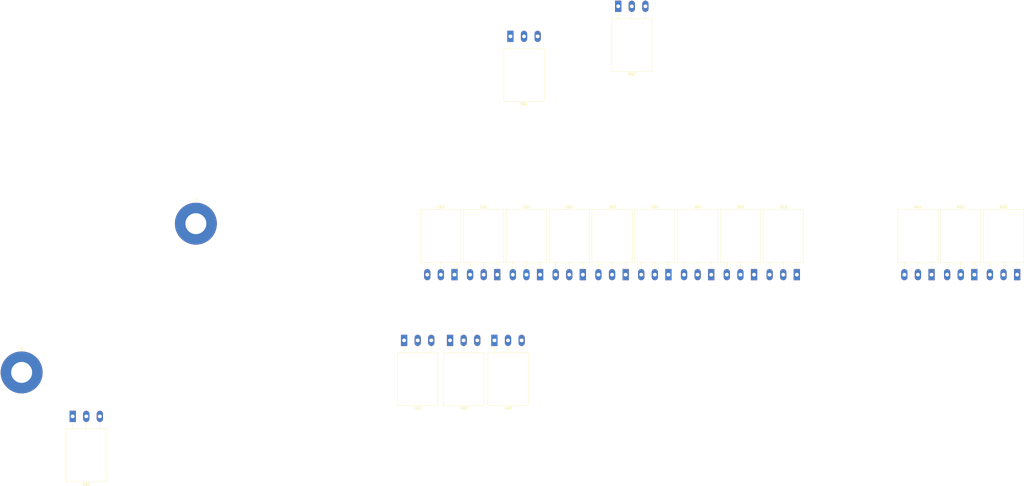
<source format=kicad_pcb>
(kicad_pcb (version 20171130) (host pcbnew "(5.1.6)-1")

  (general
    (thickness 1.6)
    (drawings 0)
    (tracks 0)
    (zones 0)
    (modules 20)
    (nets 24)
  )

  (page A4)
  (layers
    (0 F.Cu signal)
    (31 B.Cu signal)
    (32 B.Adhes user)
    (33 F.Adhes user)
    (34 B.Paste user)
    (35 F.Paste user)
    (36 B.SilkS user)
    (37 F.SilkS user)
    (38 B.Mask user)
    (39 F.Mask user)
    (40 Dwgs.User user)
    (41 Cmts.User user)
    (42 Eco1.User user)
    (43 Eco2.User user)
    (44 Edge.Cuts user)
    (45 Margin user)
    (46 B.CrtYd user)
    (47 F.CrtYd user)
    (48 B.Fab user)
    (49 F.Fab user)
  )

  (setup
    (last_trace_width 0.25)
    (trace_clearance 0.2)
    (zone_clearance 0.508)
    (zone_45_only no)
    (trace_min 0.2)
    (via_size 0.8)
    (via_drill 0.4)
    (via_min_size 0.4)
    (via_min_drill 0.3)
    (uvia_size 0.3)
    (uvia_drill 0.1)
    (uvias_allowed no)
    (uvia_min_size 0.2)
    (uvia_min_drill 0.1)
    (edge_width 0.05)
    (segment_width 0.2)
    (pcb_text_width 0.3)
    (pcb_text_size 1.5 1.5)
    (mod_edge_width 0.12)
    (mod_text_size 1 1)
    (mod_text_width 0.15)
    (pad_size 1.524 1.524)
    (pad_drill 0.762)
    (pad_to_mask_clearance 0.05)
    (aux_axis_origin 0 0)
    (visible_elements 7FFDFFFF)
    (pcbplotparams
      (layerselection 0x010fc_ffffffff)
      (usegerberextensions false)
      (usegerberattributes true)
      (usegerberadvancedattributes true)
      (creategerberjobfile true)
      (excludeedgelayer true)
      (linewidth 0.100000)
      (plotframeref false)
      (viasonmask false)
      (mode 1)
      (useauxorigin false)
      (hpglpennumber 1)
      (hpglpenspeed 20)
      (hpglpendiameter 15.000000)
      (psnegative false)
      (psa4output false)
      (plotreference true)
      (plotvalue true)
      (plotinvisibletext false)
      (padsonsilk false)
      (subtractmaskfromsilk false)
      (outputformat 3)
      (mirror false)
      (drillshape 2)
      (scaleselection 1)
      (outputdirectory ""))
  )

  (net 0 "")
  (net 1 "Net-(1Q1-Pad2)")
  (net 2 "Net-(1Q1-Pad1)")
  (net 3 "Net-(1Q2-Pad1)")
  (net 4 "Net-(1Q3-Pad1)")
  (net 5 "Net-(2Q1-Pad1)")
  (net 6 "Net-(2Q2-Pad1)")
  (net 7 "Net-(2Q3-Pad1)")
  (net 8 "Net-(3Q1-Pad1)")
  (net 9 "Net-(3Q2-Pad1)")
  (net 10 "Net-(3Q3-Pad1)")
  (net 11 "Net-(4Q1-Pad3)")
  (net 12 "Net-(4Q1-Pad1)")
  (net 13 "Net-(4Q2-Pad1)")
  (net 14 "Net-(4Q3-Pad1)")
  (net 15 "Net-(5Q1-Pad1)")
  (net 16 "Net-(5Q2-Pad1)")
  (net 17 "Net-(5Q3-Pad1)")
  (net 18 "Net-(6Q1-Pad1)")
  (net 19 "Net-(6Q2-Pad1)")
  (net 20 "Net-(6Q3-Pad1)")
  (net 21 /Phase_C)
  (net 22 /Phase_B)
  (net 23 /Phase_A)

  (net_class Default "This is the default net class."
    (clearance 0.2)
    (trace_width 0.25)
    (via_dia 0.8)
    (via_drill 0.4)
    (uvia_dia 0.3)
    (uvia_drill 0.1)
    (add_net /Phase_A)
    (add_net /Phase_B)
    (add_net /Phase_C)
    (add_net "Net-(1Q1-Pad1)")
    (add_net "Net-(1Q1-Pad2)")
    (add_net "Net-(1Q2-Pad1)")
    (add_net "Net-(1Q3-Pad1)")
    (add_net "Net-(2Q1-Pad1)")
    (add_net "Net-(2Q2-Pad1)")
    (add_net "Net-(2Q3-Pad1)")
    (add_net "Net-(3Q1-Pad1)")
    (add_net "Net-(3Q2-Pad1)")
    (add_net "Net-(3Q3-Pad1)")
    (add_net "Net-(4Q1-Pad1)")
    (add_net "Net-(4Q1-Pad3)")
    (add_net "Net-(4Q2-Pad1)")
    (add_net "Net-(4Q3-Pad1)")
    (add_net "Net-(5Q1-Pad1)")
    (add_net "Net-(5Q2-Pad1)")
    (add_net "Net-(5Q3-Pad1)")
    (add_net "Net-(6Q1-Pad1)")
    (add_net "Net-(6Q2-Pad1)")
    (add_net "Net-(6Q3-Pad1)")
  )

  (module MountingHole:MountingHole_8.4mm_M8_Pad (layer F.Cu) (tedit 56D1B4CB) (tstamp 5F5F3823)
    (at -54.8425 33.201)
    (descr "Mounting Hole 8.4mm, M8")
    (tags "mounting hole 8.4mm m8")
    (path /5F6FE6C5)
    (attr virtual)
    (fp_text reference J2 (at 0 -9.4) (layer F.SilkS)
      (effects (font (size 1 1) (thickness 0.15)))
    )
    (fp_text value BAT- (at 0 9.4) (layer F.Fab)
      (effects (font (size 1 1) (thickness 0.15)))
    )
    (fp_circle (center 0 0) (end 8.65 0) (layer F.CrtYd) (width 0.05))
    (fp_circle (center 0 0) (end 8.4 0) (layer Cmts.User) (width 0.15))
    (fp_text user %R (at 0.3 0) (layer F.Fab)
      (effects (font (size 1 1) (thickness 0.15)))
    )
    (pad 1 thru_hole circle (at 0 0) (size 16.8 16.8) (drill 8.4) (layers *.Cu *.Mask)
      (net 11 "Net-(4Q1-Pad3)"))
  )

  (module MountingHole:MountingHole_8.4mm_M8_Pad (layer F.Cu) (tedit 56D1B4CB) (tstamp 5F5F381B)
    (at -124.6425 92.861)
    (descr "Mounting Hole 8.4mm, M8")
    (tags "mounting hole 8.4mm m8")
    (path /5F6FDC41)
    (attr virtual)
    (fp_text reference J1 (at 0 -9.4) (layer F.SilkS)
      (effects (font (size 1 1) (thickness 0.15)))
    )
    (fp_text value BAT+ (at 0 9.4) (layer F.Fab)
      (effects (font (size 1 1) (thickness 0.15)))
    )
    (fp_circle (center 0 0) (end 8.65 0) (layer F.CrtYd) (width 0.05))
    (fp_circle (center 0 0) (end 8.4 0) (layer Cmts.User) (width 0.15))
    (fp_text user %R (at 0.3 0) (layer F.Fab)
      (effects (font (size 1 1) (thickness 0.15)))
    )
    (pad 1 thru_hole circle (at 0 0) (size 16.8 16.8) (drill 8.4) (layers *.Cu *.Mask)
      (net 1 "Net-(1Q1-Pad2)"))
  )

  (module Package_TO_SOT_THT:TO-247-3_Horizontal_TabUp (layer F.Cu) (tedit 5AC86DC3) (tstamp 5F5F3813)
    (at 274.193 53.6575 180)
    (descr "TO-247-3, Horizontal, RM 5.45mm, see https://toshiba.semicon-storage.com/us/product/mosfet/to-247-4l.html")
    (tags "TO-247-3 Horizontal RM 5.45mm")
    (path /5F6516D5)
    (fp_text reference 6Q3 (at 5.45 27.15) (layer F.SilkS)
      (effects (font (size 1 1) (thickness 0.15)))
    )
    (fp_text value IRLZ44N (at 5.45 -3.25) (layer F.Fab)
      (effects (font (size 1 1) (thickness 0.15)))
    )
    (fp_line (start 13.65 -2.5) (end -2.75 -2.5) (layer F.CrtYd) (width 0.05))
    (fp_line (start 13.65 26.28) (end 13.65 -2.5) (layer F.CrtYd) (width 0.05))
    (fp_line (start -2.75 26.28) (end 13.65 26.28) (layer F.CrtYd) (width 0.05))
    (fp_line (start -2.75 -2.5) (end -2.75 26.28) (layer F.CrtYd) (width 0.05))
    (fp_line (start 10.9 2.4) (end 10.9 4.96) (layer F.SilkS) (width 0.12))
    (fp_line (start 5.45 2.4) (end 5.45 4.96) (layer F.SilkS) (width 0.12))
    (fp_line (start 0 2.4) (end 0 4.96) (layer F.SilkS) (width 0.12))
    (fp_line (start 13.52 4.96) (end 13.52 26.15) (layer F.SilkS) (width 0.12))
    (fp_line (start -2.62 4.96) (end -2.62 26.15) (layer F.SilkS) (width 0.12))
    (fp_line (start -2.62 26.15) (end 13.52 26.15) (layer F.SilkS) (width 0.12))
    (fp_line (start -2.62 4.96) (end 13.52 4.96) (layer F.SilkS) (width 0.12))
    (fp_line (start 10.9 5.08) (end 10.9 0) (layer F.Fab) (width 0.1))
    (fp_line (start 5.45 5.08) (end 5.45 0) (layer F.Fab) (width 0.1))
    (fp_line (start 0 5.08) (end 0 0) (layer F.Fab) (width 0.1))
    (fp_line (start 13.4 5.08) (end -2.5 5.08) (layer F.Fab) (width 0.1))
    (fp_line (start 13.4 26.03) (end 13.4 5.08) (layer F.Fab) (width 0.1))
    (fp_line (start -2.5 26.03) (end 13.4 26.03) (layer F.Fab) (width 0.1))
    (fp_line (start -2.5 5.08) (end -2.5 26.03) (layer F.Fab) (width 0.1))
    (fp_circle (center 5.45 19.86) (end 7.255 19.86) (layer F.Fab) (width 0.1))
    (fp_text user %R (at 5.45 27.15) (layer F.Fab)
      (effects (font (size 1 1) (thickness 0.15)))
    )
    (pad 3 thru_hole oval (at 10.9 0 180) (size 2.5 4.5) (drill 1.5) (layers *.Cu *.Mask)
      (net 11 "Net-(4Q1-Pad3)"))
    (pad 2 thru_hole oval (at 5.45 0 180) (size 2.5 4.5) (drill 1.5) (layers *.Cu *.Mask)
      (net 23 /Phase_A))
    (pad 1 thru_hole rect (at 0 0 180) (size 2.5 4.5) (drill 1.5) (layers *.Cu *.Mask)
      (net 20 "Net-(6Q3-Pad1)"))
    (pad "" np_thru_hole oval (at 5.45 19.86 180) (size 3.6 3.6) (drill 3.6) (layers *.Cu *.Mask))
    (model ${KISYS3DMOD}/Package_TO_SOT_THT.3dshapes/TO-247-3_Horizontal_TabUp.wrl
      (at (xyz 0 0 0))
      (scale (xyz 1 1 1))
      (rotate (xyz 0 0 0))
    )
  )

  (module Package_TO_SOT_THT:TO-247-3_Horizontal_TabUp (layer F.Cu) (tedit 5AC86DC3) (tstamp 5F5F37F7)
    (at 257.048 53.6575 180)
    (descr "TO-247-3, Horizontal, RM 5.45mm, see https://toshiba.semicon-storage.com/us/product/mosfet/to-247-4l.html")
    (tags "TO-247-3 Horizontal RM 5.45mm")
    (path /5F6516C1)
    (fp_text reference 6Q2 (at 5.45 27.15) (layer F.SilkS)
      (effects (font (size 1 1) (thickness 0.15)))
    )
    (fp_text value IRLZ44N (at 5.45 -3.25) (layer F.Fab)
      (effects (font (size 1 1) (thickness 0.15)))
    )
    (fp_line (start 13.65 -2.5) (end -2.75 -2.5) (layer F.CrtYd) (width 0.05))
    (fp_line (start 13.65 26.28) (end 13.65 -2.5) (layer F.CrtYd) (width 0.05))
    (fp_line (start -2.75 26.28) (end 13.65 26.28) (layer F.CrtYd) (width 0.05))
    (fp_line (start -2.75 -2.5) (end -2.75 26.28) (layer F.CrtYd) (width 0.05))
    (fp_line (start 10.9 2.4) (end 10.9 4.96) (layer F.SilkS) (width 0.12))
    (fp_line (start 5.45 2.4) (end 5.45 4.96) (layer F.SilkS) (width 0.12))
    (fp_line (start 0 2.4) (end 0 4.96) (layer F.SilkS) (width 0.12))
    (fp_line (start 13.52 4.96) (end 13.52 26.15) (layer F.SilkS) (width 0.12))
    (fp_line (start -2.62 4.96) (end -2.62 26.15) (layer F.SilkS) (width 0.12))
    (fp_line (start -2.62 26.15) (end 13.52 26.15) (layer F.SilkS) (width 0.12))
    (fp_line (start -2.62 4.96) (end 13.52 4.96) (layer F.SilkS) (width 0.12))
    (fp_line (start 10.9 5.08) (end 10.9 0) (layer F.Fab) (width 0.1))
    (fp_line (start 5.45 5.08) (end 5.45 0) (layer F.Fab) (width 0.1))
    (fp_line (start 0 5.08) (end 0 0) (layer F.Fab) (width 0.1))
    (fp_line (start 13.4 5.08) (end -2.5 5.08) (layer F.Fab) (width 0.1))
    (fp_line (start 13.4 26.03) (end 13.4 5.08) (layer F.Fab) (width 0.1))
    (fp_line (start -2.5 26.03) (end 13.4 26.03) (layer F.Fab) (width 0.1))
    (fp_line (start -2.5 5.08) (end -2.5 26.03) (layer F.Fab) (width 0.1))
    (fp_circle (center 5.45 19.86) (end 7.255 19.86) (layer F.Fab) (width 0.1))
    (fp_text user %R (at 5.45 27.15) (layer F.Fab)
      (effects (font (size 1 1) (thickness 0.15)))
    )
    (pad 3 thru_hole oval (at 10.9 0 180) (size 2.5 4.5) (drill 1.5) (layers *.Cu *.Mask)
      (net 11 "Net-(4Q1-Pad3)"))
    (pad 2 thru_hole oval (at 5.45 0 180) (size 2.5 4.5) (drill 1.5) (layers *.Cu *.Mask)
      (net 23 /Phase_A))
    (pad 1 thru_hole rect (at 0 0 180) (size 2.5 4.5) (drill 1.5) (layers *.Cu *.Mask)
      (net 19 "Net-(6Q2-Pad1)"))
    (pad "" np_thru_hole oval (at 5.45 19.86 180) (size 3.6 3.6) (drill 3.6) (layers *.Cu *.Mask))
    (model ${KISYS3DMOD}/Package_TO_SOT_THT.3dshapes/TO-247-3_Horizontal_TabUp.wrl
      (at (xyz 0 0 0))
      (scale (xyz 1 1 1))
      (rotate (xyz 0 0 0))
    )
  )

  (module Package_TO_SOT_THT:TO-247-3_Horizontal_TabUp (layer F.Cu) (tedit 5AC86DC3) (tstamp 5F5F37DB)
    (at 239.903 53.6575 180)
    (descr "TO-247-3, Horizontal, RM 5.45mm, see https://toshiba.semicon-storage.com/us/product/mosfet/to-247-4l.html")
    (tags "TO-247-3 Horizontal RM 5.45mm")
    (path /5F6516DF)
    (fp_text reference 6Q1 (at 5.45 27.15) (layer F.SilkS)
      (effects (font (size 1 1) (thickness 0.15)))
    )
    (fp_text value IRLZ44N (at 5.45 -3.25) (layer F.Fab)
      (effects (font (size 1 1) (thickness 0.15)))
    )
    (fp_line (start 13.65 -2.5) (end -2.75 -2.5) (layer F.CrtYd) (width 0.05))
    (fp_line (start 13.65 26.28) (end 13.65 -2.5) (layer F.CrtYd) (width 0.05))
    (fp_line (start -2.75 26.28) (end 13.65 26.28) (layer F.CrtYd) (width 0.05))
    (fp_line (start -2.75 -2.5) (end -2.75 26.28) (layer F.CrtYd) (width 0.05))
    (fp_line (start 10.9 2.4) (end 10.9 4.96) (layer F.SilkS) (width 0.12))
    (fp_line (start 5.45 2.4) (end 5.45 4.96) (layer F.SilkS) (width 0.12))
    (fp_line (start 0 2.4) (end 0 4.96) (layer F.SilkS) (width 0.12))
    (fp_line (start 13.52 4.96) (end 13.52 26.15) (layer F.SilkS) (width 0.12))
    (fp_line (start -2.62 4.96) (end -2.62 26.15) (layer F.SilkS) (width 0.12))
    (fp_line (start -2.62 26.15) (end 13.52 26.15) (layer F.SilkS) (width 0.12))
    (fp_line (start -2.62 4.96) (end 13.52 4.96) (layer F.SilkS) (width 0.12))
    (fp_line (start 10.9 5.08) (end 10.9 0) (layer F.Fab) (width 0.1))
    (fp_line (start 5.45 5.08) (end 5.45 0) (layer F.Fab) (width 0.1))
    (fp_line (start 0 5.08) (end 0 0) (layer F.Fab) (width 0.1))
    (fp_line (start 13.4 5.08) (end -2.5 5.08) (layer F.Fab) (width 0.1))
    (fp_line (start 13.4 26.03) (end 13.4 5.08) (layer F.Fab) (width 0.1))
    (fp_line (start -2.5 26.03) (end 13.4 26.03) (layer F.Fab) (width 0.1))
    (fp_line (start -2.5 5.08) (end -2.5 26.03) (layer F.Fab) (width 0.1))
    (fp_circle (center 5.45 19.86) (end 7.255 19.86) (layer F.Fab) (width 0.1))
    (fp_text user %R (at 5.45 27.15) (layer F.Fab)
      (effects (font (size 1 1) (thickness 0.15)))
    )
    (pad 3 thru_hole oval (at 10.9 0 180) (size 2.5 4.5) (drill 1.5) (layers *.Cu *.Mask)
      (net 11 "Net-(4Q1-Pad3)"))
    (pad 2 thru_hole oval (at 5.45 0 180) (size 2.5 4.5) (drill 1.5) (layers *.Cu *.Mask)
      (net 23 /Phase_A))
    (pad 1 thru_hole rect (at 0 0 180) (size 2.5 4.5) (drill 1.5) (layers *.Cu *.Mask)
      (net 18 "Net-(6Q1-Pad1)"))
    (pad "" np_thru_hole oval (at 5.45 19.86 180) (size 3.6 3.6) (drill 3.6) (layers *.Cu *.Mask))
    (model ${KISYS3DMOD}/Package_TO_SOT_THT.3dshapes/TO-247-3_Horizontal_TabUp.wrl
      (at (xyz 0 0 0))
      (scale (xyz 1 1 1))
      (rotate (xyz 0 0 0))
    )
  )

  (module Package_TO_SOT_THT:TO-247-3_Horizontal_TabUp (layer F.Cu) (tedit 5AC86DC3) (tstamp 5F5F37BF)
    (at -104.2035 110.49)
    (descr "TO-247-3, Horizontal, RM 5.45mm, see https://toshiba.semicon-storage.com/us/product/mosfet/to-247-4l.html")
    (tags "TO-247-3 Horizontal RM 5.45mm")
    (path /5F6516AD)
    (fp_text reference 5Q3 (at 5.45 27.15) (layer F.SilkS)
      (effects (font (size 1 1) (thickness 0.15)))
    )
    (fp_text value IRLZ44N (at 5.45 -3.25) (layer F.Fab)
      (effects (font (size 1 1) (thickness 0.15)))
    )
    (fp_line (start 13.65 -2.5) (end -2.75 -2.5) (layer F.CrtYd) (width 0.05))
    (fp_line (start 13.65 26.28) (end 13.65 -2.5) (layer F.CrtYd) (width 0.05))
    (fp_line (start -2.75 26.28) (end 13.65 26.28) (layer F.CrtYd) (width 0.05))
    (fp_line (start -2.75 -2.5) (end -2.75 26.28) (layer F.CrtYd) (width 0.05))
    (fp_line (start 10.9 2.4) (end 10.9 4.96) (layer F.SilkS) (width 0.12))
    (fp_line (start 5.45 2.4) (end 5.45 4.96) (layer F.SilkS) (width 0.12))
    (fp_line (start 0 2.4) (end 0 4.96) (layer F.SilkS) (width 0.12))
    (fp_line (start 13.52 4.96) (end 13.52 26.15) (layer F.SilkS) (width 0.12))
    (fp_line (start -2.62 4.96) (end -2.62 26.15) (layer F.SilkS) (width 0.12))
    (fp_line (start -2.62 26.15) (end 13.52 26.15) (layer F.SilkS) (width 0.12))
    (fp_line (start -2.62 4.96) (end 13.52 4.96) (layer F.SilkS) (width 0.12))
    (fp_line (start 10.9 5.08) (end 10.9 0) (layer F.Fab) (width 0.1))
    (fp_line (start 5.45 5.08) (end 5.45 0) (layer F.Fab) (width 0.1))
    (fp_line (start 0 5.08) (end 0 0) (layer F.Fab) (width 0.1))
    (fp_line (start 13.4 5.08) (end -2.5 5.08) (layer F.Fab) (width 0.1))
    (fp_line (start 13.4 26.03) (end 13.4 5.08) (layer F.Fab) (width 0.1))
    (fp_line (start -2.5 26.03) (end 13.4 26.03) (layer F.Fab) (width 0.1))
    (fp_line (start -2.5 5.08) (end -2.5 26.03) (layer F.Fab) (width 0.1))
    (fp_circle (center 5.45 19.86) (end 7.255 19.86) (layer F.Fab) (width 0.1))
    (fp_text user %R (at 5.45 27.15) (layer F.Fab)
      (effects (font (size 1 1) (thickness 0.15)))
    )
    (pad 3 thru_hole oval (at 10.9 0) (size 2.5 4.5) (drill 1.5) (layers *.Cu *.Mask)
      (net 11 "Net-(4Q1-Pad3)"))
    (pad 2 thru_hole oval (at 5.45 0) (size 2.5 4.5) (drill 1.5) (layers *.Cu *.Mask)
      (net 22 /Phase_B))
    (pad 1 thru_hole rect (at 0 0) (size 2.5 4.5) (drill 1.5) (layers *.Cu *.Mask)
      (net 17 "Net-(5Q3-Pad1)"))
    (pad "" np_thru_hole oval (at 5.45 19.86) (size 3.6 3.6) (drill 3.6) (layers *.Cu *.Mask))
    (model ${KISYS3DMOD}/Package_TO_SOT_THT.3dshapes/TO-247-3_Horizontal_TabUp.wrl
      (at (xyz 0 0 0))
      (scale (xyz 1 1 1))
      (rotate (xyz 0 0 0))
    )
  )

  (module Package_TO_SOT_THT:TO-247-3_Horizontal_TabUp (layer F.Cu) (tedit 5AC86DC3) (tstamp 5F5F37A3)
    (at 114.3635 -53.975)
    (descr "TO-247-3, Horizontal, RM 5.45mm, see https://toshiba.semicon-storage.com/us/product/mosfet/to-247-4l.html")
    (tags "TO-247-3 Horizontal RM 5.45mm")
    (path /5F651699)
    (fp_text reference 5Q2 (at 5.45 27.15) (layer F.SilkS)
      (effects (font (size 1 1) (thickness 0.15)))
    )
    (fp_text value IRLZ44N (at 5.45 -3.25) (layer F.Fab)
      (effects (font (size 1 1) (thickness 0.15)))
    )
    (fp_line (start 13.65 -2.5) (end -2.75 -2.5) (layer F.CrtYd) (width 0.05))
    (fp_line (start 13.65 26.28) (end 13.65 -2.5) (layer F.CrtYd) (width 0.05))
    (fp_line (start -2.75 26.28) (end 13.65 26.28) (layer F.CrtYd) (width 0.05))
    (fp_line (start -2.75 -2.5) (end -2.75 26.28) (layer F.CrtYd) (width 0.05))
    (fp_line (start 10.9 2.4) (end 10.9 4.96) (layer F.SilkS) (width 0.12))
    (fp_line (start 5.45 2.4) (end 5.45 4.96) (layer F.SilkS) (width 0.12))
    (fp_line (start 0 2.4) (end 0 4.96) (layer F.SilkS) (width 0.12))
    (fp_line (start 13.52 4.96) (end 13.52 26.15) (layer F.SilkS) (width 0.12))
    (fp_line (start -2.62 4.96) (end -2.62 26.15) (layer F.SilkS) (width 0.12))
    (fp_line (start -2.62 26.15) (end 13.52 26.15) (layer F.SilkS) (width 0.12))
    (fp_line (start -2.62 4.96) (end 13.52 4.96) (layer F.SilkS) (width 0.12))
    (fp_line (start 10.9 5.08) (end 10.9 0) (layer F.Fab) (width 0.1))
    (fp_line (start 5.45 5.08) (end 5.45 0) (layer F.Fab) (width 0.1))
    (fp_line (start 0 5.08) (end 0 0) (layer F.Fab) (width 0.1))
    (fp_line (start 13.4 5.08) (end -2.5 5.08) (layer F.Fab) (width 0.1))
    (fp_line (start 13.4 26.03) (end 13.4 5.08) (layer F.Fab) (width 0.1))
    (fp_line (start -2.5 26.03) (end 13.4 26.03) (layer F.Fab) (width 0.1))
    (fp_line (start -2.5 5.08) (end -2.5 26.03) (layer F.Fab) (width 0.1))
    (fp_circle (center 5.45 19.86) (end 7.255 19.86) (layer F.Fab) (width 0.1))
    (fp_text user %R (at 5.45 27.15) (layer F.Fab)
      (effects (font (size 1 1) (thickness 0.15)))
    )
    (pad 3 thru_hole oval (at 10.9 0) (size 2.5 4.5) (drill 1.5) (layers *.Cu *.Mask)
      (net 11 "Net-(4Q1-Pad3)"))
    (pad 2 thru_hole oval (at 5.45 0) (size 2.5 4.5) (drill 1.5) (layers *.Cu *.Mask)
      (net 22 /Phase_B))
    (pad 1 thru_hole rect (at 0 0) (size 2.5 4.5) (drill 1.5) (layers *.Cu *.Mask)
      (net 16 "Net-(5Q2-Pad1)"))
    (pad "" np_thru_hole oval (at 5.45 19.86) (size 3.6 3.6) (drill 3.6) (layers *.Cu *.Mask))
    (model ${KISYS3DMOD}/Package_TO_SOT_THT.3dshapes/TO-247-3_Horizontal_TabUp.wrl
      (at (xyz 0 0 0))
      (scale (xyz 1 1 1))
      (rotate (xyz 0 0 0))
    )
  )

  (module Package_TO_SOT_THT:TO-247-3_Horizontal_TabUp (layer F.Cu) (tedit 5AC86DC3) (tstamp 5F5F3787)
    (at 71.1835 -41.91)
    (descr "TO-247-3, Horizontal, RM 5.45mm, see https://toshiba.semicon-storage.com/us/product/mosfet/to-247-4l.html")
    (tags "TO-247-3 Horizontal RM 5.45mm")
    (path /5F6516B7)
    (fp_text reference 5Q1 (at 5.45 27.15) (layer F.SilkS)
      (effects (font (size 1 1) (thickness 0.15)))
    )
    (fp_text value IRLZ44N (at 5.45 -3.25) (layer F.Fab)
      (effects (font (size 1 1) (thickness 0.15)))
    )
    (fp_line (start 13.65 -2.5) (end -2.75 -2.5) (layer F.CrtYd) (width 0.05))
    (fp_line (start 13.65 26.28) (end 13.65 -2.5) (layer F.CrtYd) (width 0.05))
    (fp_line (start -2.75 26.28) (end 13.65 26.28) (layer F.CrtYd) (width 0.05))
    (fp_line (start -2.75 -2.5) (end -2.75 26.28) (layer F.CrtYd) (width 0.05))
    (fp_line (start 10.9 2.4) (end 10.9 4.96) (layer F.SilkS) (width 0.12))
    (fp_line (start 5.45 2.4) (end 5.45 4.96) (layer F.SilkS) (width 0.12))
    (fp_line (start 0 2.4) (end 0 4.96) (layer F.SilkS) (width 0.12))
    (fp_line (start 13.52 4.96) (end 13.52 26.15) (layer F.SilkS) (width 0.12))
    (fp_line (start -2.62 4.96) (end -2.62 26.15) (layer F.SilkS) (width 0.12))
    (fp_line (start -2.62 26.15) (end 13.52 26.15) (layer F.SilkS) (width 0.12))
    (fp_line (start -2.62 4.96) (end 13.52 4.96) (layer F.SilkS) (width 0.12))
    (fp_line (start 10.9 5.08) (end 10.9 0) (layer F.Fab) (width 0.1))
    (fp_line (start 5.45 5.08) (end 5.45 0) (layer F.Fab) (width 0.1))
    (fp_line (start 0 5.08) (end 0 0) (layer F.Fab) (width 0.1))
    (fp_line (start 13.4 5.08) (end -2.5 5.08) (layer F.Fab) (width 0.1))
    (fp_line (start 13.4 26.03) (end 13.4 5.08) (layer F.Fab) (width 0.1))
    (fp_line (start -2.5 26.03) (end 13.4 26.03) (layer F.Fab) (width 0.1))
    (fp_line (start -2.5 5.08) (end -2.5 26.03) (layer F.Fab) (width 0.1))
    (fp_circle (center 5.45 19.86) (end 7.255 19.86) (layer F.Fab) (width 0.1))
    (fp_text user %R (at 5.45 27.15) (layer F.Fab)
      (effects (font (size 1 1) (thickness 0.15)))
    )
    (pad 3 thru_hole oval (at 10.9 0) (size 2.5 4.5) (drill 1.5) (layers *.Cu *.Mask)
      (net 11 "Net-(4Q1-Pad3)"))
    (pad 2 thru_hole oval (at 5.45 0) (size 2.5 4.5) (drill 1.5) (layers *.Cu *.Mask)
      (net 22 /Phase_B))
    (pad 1 thru_hole rect (at 0 0) (size 2.5 4.5) (drill 1.5) (layers *.Cu *.Mask)
      (net 15 "Net-(5Q1-Pad1)"))
    (pad "" np_thru_hole oval (at 5.45 19.86) (size 3.6 3.6) (drill 3.6) (layers *.Cu *.Mask))
    (model ${KISYS3DMOD}/Package_TO_SOT_THT.3dshapes/TO-247-3_Horizontal_TabUp.wrl
      (at (xyz 0 0 0))
      (scale (xyz 1 1 1))
      (rotate (xyz 0 0 0))
    )
  )

  (module Package_TO_SOT_THT:TO-247-3_Horizontal_TabUp (layer F.Cu) (tedit 5AC86DC3) (tstamp 5F5F376B)
    (at 64.77 80.01)
    (descr "TO-247-3, Horizontal, RM 5.45mm, see https://toshiba.semicon-storage.com/us/product/mosfet/to-247-4l.html")
    (tags "TO-247-3 Horizontal RM 5.45mm")
    (path /5F651685)
    (fp_text reference 4Q3 (at 5.45 27.15) (layer F.SilkS)
      (effects (font (size 1 1) (thickness 0.15)))
    )
    (fp_text value IRLZ44N (at 5.45 -3.25) (layer F.Fab)
      (effects (font (size 1 1) (thickness 0.15)))
    )
    (fp_line (start 13.65 -2.5) (end -2.75 -2.5) (layer F.CrtYd) (width 0.05))
    (fp_line (start 13.65 26.28) (end 13.65 -2.5) (layer F.CrtYd) (width 0.05))
    (fp_line (start -2.75 26.28) (end 13.65 26.28) (layer F.CrtYd) (width 0.05))
    (fp_line (start -2.75 -2.5) (end -2.75 26.28) (layer F.CrtYd) (width 0.05))
    (fp_line (start 10.9 2.4) (end 10.9 4.96) (layer F.SilkS) (width 0.12))
    (fp_line (start 5.45 2.4) (end 5.45 4.96) (layer F.SilkS) (width 0.12))
    (fp_line (start 0 2.4) (end 0 4.96) (layer F.SilkS) (width 0.12))
    (fp_line (start 13.52 4.96) (end 13.52 26.15) (layer F.SilkS) (width 0.12))
    (fp_line (start -2.62 4.96) (end -2.62 26.15) (layer F.SilkS) (width 0.12))
    (fp_line (start -2.62 26.15) (end 13.52 26.15) (layer F.SilkS) (width 0.12))
    (fp_line (start -2.62 4.96) (end 13.52 4.96) (layer F.SilkS) (width 0.12))
    (fp_line (start 10.9 5.08) (end 10.9 0) (layer F.Fab) (width 0.1))
    (fp_line (start 5.45 5.08) (end 5.45 0) (layer F.Fab) (width 0.1))
    (fp_line (start 0 5.08) (end 0 0) (layer F.Fab) (width 0.1))
    (fp_line (start 13.4 5.08) (end -2.5 5.08) (layer F.Fab) (width 0.1))
    (fp_line (start 13.4 26.03) (end 13.4 5.08) (layer F.Fab) (width 0.1))
    (fp_line (start -2.5 26.03) (end 13.4 26.03) (layer F.Fab) (width 0.1))
    (fp_line (start -2.5 5.08) (end -2.5 26.03) (layer F.Fab) (width 0.1))
    (fp_circle (center 5.45 19.86) (end 7.255 19.86) (layer F.Fab) (width 0.1))
    (fp_text user %R (at 5.45 27.15) (layer F.Fab)
      (effects (font (size 1 1) (thickness 0.15)))
    )
    (pad 3 thru_hole oval (at 10.9 0) (size 2.5 4.5) (drill 1.5) (layers *.Cu *.Mask)
      (net 11 "Net-(4Q1-Pad3)"))
    (pad 2 thru_hole oval (at 5.45 0) (size 2.5 4.5) (drill 1.5) (layers *.Cu *.Mask)
      (net 21 /Phase_C))
    (pad 1 thru_hole rect (at 0 0) (size 2.5 4.5) (drill 1.5) (layers *.Cu *.Mask)
      (net 14 "Net-(4Q3-Pad1)"))
    (pad "" np_thru_hole oval (at 5.45 19.86) (size 3.6 3.6) (drill 3.6) (layers *.Cu *.Mask))
    (model ${KISYS3DMOD}/Package_TO_SOT_THT.3dshapes/TO-247-3_Horizontal_TabUp.wrl
      (at (xyz 0 0 0))
      (scale (xyz 1 1 1))
      (rotate (xyz 0 0 0))
    )
  )

  (module Package_TO_SOT_THT:TO-247-3_Horizontal_TabUp (layer F.Cu) (tedit 5AC86DC3) (tstamp 5F5F374F)
    (at 46.99 80.01)
    (descr "TO-247-3, Horizontal, RM 5.45mm, see https://toshiba.semicon-storage.com/us/product/mosfet/to-247-4l.html")
    (tags "TO-247-3 Horizontal RM 5.45mm")
    (path /5F651671)
    (fp_text reference 4Q2 (at 5.45 27.15) (layer F.SilkS)
      (effects (font (size 1 1) (thickness 0.15)))
    )
    (fp_text value IRLZ44N (at 5.45 -3.25) (layer F.Fab)
      (effects (font (size 1 1) (thickness 0.15)))
    )
    (fp_line (start 13.65 -2.5) (end -2.75 -2.5) (layer F.CrtYd) (width 0.05))
    (fp_line (start 13.65 26.28) (end 13.65 -2.5) (layer F.CrtYd) (width 0.05))
    (fp_line (start -2.75 26.28) (end 13.65 26.28) (layer F.CrtYd) (width 0.05))
    (fp_line (start -2.75 -2.5) (end -2.75 26.28) (layer F.CrtYd) (width 0.05))
    (fp_line (start 10.9 2.4) (end 10.9 4.96) (layer F.SilkS) (width 0.12))
    (fp_line (start 5.45 2.4) (end 5.45 4.96) (layer F.SilkS) (width 0.12))
    (fp_line (start 0 2.4) (end 0 4.96) (layer F.SilkS) (width 0.12))
    (fp_line (start 13.52 4.96) (end 13.52 26.15) (layer F.SilkS) (width 0.12))
    (fp_line (start -2.62 4.96) (end -2.62 26.15) (layer F.SilkS) (width 0.12))
    (fp_line (start -2.62 26.15) (end 13.52 26.15) (layer F.SilkS) (width 0.12))
    (fp_line (start -2.62 4.96) (end 13.52 4.96) (layer F.SilkS) (width 0.12))
    (fp_line (start 10.9 5.08) (end 10.9 0) (layer F.Fab) (width 0.1))
    (fp_line (start 5.45 5.08) (end 5.45 0) (layer F.Fab) (width 0.1))
    (fp_line (start 0 5.08) (end 0 0) (layer F.Fab) (width 0.1))
    (fp_line (start 13.4 5.08) (end -2.5 5.08) (layer F.Fab) (width 0.1))
    (fp_line (start 13.4 26.03) (end 13.4 5.08) (layer F.Fab) (width 0.1))
    (fp_line (start -2.5 26.03) (end 13.4 26.03) (layer F.Fab) (width 0.1))
    (fp_line (start -2.5 5.08) (end -2.5 26.03) (layer F.Fab) (width 0.1))
    (fp_circle (center 5.45 19.86) (end 7.255 19.86) (layer F.Fab) (width 0.1))
    (fp_text user %R (at 5.45 27.15) (layer F.Fab)
      (effects (font (size 1 1) (thickness 0.15)))
    )
    (pad 3 thru_hole oval (at 10.9 0) (size 2.5 4.5) (drill 1.5) (layers *.Cu *.Mask)
      (net 11 "Net-(4Q1-Pad3)"))
    (pad 2 thru_hole oval (at 5.45 0) (size 2.5 4.5) (drill 1.5) (layers *.Cu *.Mask)
      (net 21 /Phase_C))
    (pad 1 thru_hole rect (at 0 0) (size 2.5 4.5) (drill 1.5) (layers *.Cu *.Mask)
      (net 13 "Net-(4Q2-Pad1)"))
    (pad "" np_thru_hole oval (at 5.45 19.86) (size 3.6 3.6) (drill 3.6) (layers *.Cu *.Mask))
    (model ${KISYS3DMOD}/Package_TO_SOT_THT.3dshapes/TO-247-3_Horizontal_TabUp.wrl
      (at (xyz 0 0 0))
      (scale (xyz 1 1 1))
      (rotate (xyz 0 0 0))
    )
  )

  (module Package_TO_SOT_THT:TO-247-3_Horizontal_TabUp (layer F.Cu) (tedit 5AC86DC3) (tstamp 5F5F3733)
    (at 28.575 80.01)
    (descr "TO-247-3, Horizontal, RM 5.45mm, see https://toshiba.semicon-storage.com/us/product/mosfet/to-247-4l.html")
    (tags "TO-247-3 Horizontal RM 5.45mm")
    (path /5F65168F)
    (fp_text reference 4Q1 (at 5.45 27.15) (layer F.SilkS)
      (effects (font (size 1 1) (thickness 0.15)))
    )
    (fp_text value IRLZ44N (at 5.45 -3.25) (layer F.Fab)
      (effects (font (size 1 1) (thickness 0.15)))
    )
    (fp_line (start 13.65 -2.5) (end -2.75 -2.5) (layer F.CrtYd) (width 0.05))
    (fp_line (start 13.65 26.28) (end 13.65 -2.5) (layer F.CrtYd) (width 0.05))
    (fp_line (start -2.75 26.28) (end 13.65 26.28) (layer F.CrtYd) (width 0.05))
    (fp_line (start -2.75 -2.5) (end -2.75 26.28) (layer F.CrtYd) (width 0.05))
    (fp_line (start 10.9 2.4) (end 10.9 4.96) (layer F.SilkS) (width 0.12))
    (fp_line (start 5.45 2.4) (end 5.45 4.96) (layer F.SilkS) (width 0.12))
    (fp_line (start 0 2.4) (end 0 4.96) (layer F.SilkS) (width 0.12))
    (fp_line (start 13.52 4.96) (end 13.52 26.15) (layer F.SilkS) (width 0.12))
    (fp_line (start -2.62 4.96) (end -2.62 26.15) (layer F.SilkS) (width 0.12))
    (fp_line (start -2.62 26.15) (end 13.52 26.15) (layer F.SilkS) (width 0.12))
    (fp_line (start -2.62 4.96) (end 13.52 4.96) (layer F.SilkS) (width 0.12))
    (fp_line (start 10.9 5.08) (end 10.9 0) (layer F.Fab) (width 0.1))
    (fp_line (start 5.45 5.08) (end 5.45 0) (layer F.Fab) (width 0.1))
    (fp_line (start 0 5.08) (end 0 0) (layer F.Fab) (width 0.1))
    (fp_line (start 13.4 5.08) (end -2.5 5.08) (layer F.Fab) (width 0.1))
    (fp_line (start 13.4 26.03) (end 13.4 5.08) (layer F.Fab) (width 0.1))
    (fp_line (start -2.5 26.03) (end 13.4 26.03) (layer F.Fab) (width 0.1))
    (fp_line (start -2.5 5.08) (end -2.5 26.03) (layer F.Fab) (width 0.1))
    (fp_circle (center 5.45 19.86) (end 7.255 19.86) (layer F.Fab) (width 0.1))
    (fp_text user %R (at 5.45 27.15) (layer F.Fab)
      (effects (font (size 1 1) (thickness 0.15)))
    )
    (pad 3 thru_hole oval (at 10.9 0) (size 2.5 4.5) (drill 1.5) (layers *.Cu *.Mask)
      (net 11 "Net-(4Q1-Pad3)"))
    (pad 2 thru_hole oval (at 5.45 0) (size 2.5 4.5) (drill 1.5) (layers *.Cu *.Mask)
      (net 21 /Phase_C))
    (pad 1 thru_hole rect (at 0 0) (size 2.5 4.5) (drill 1.5) (layers *.Cu *.Mask)
      (net 12 "Net-(4Q1-Pad1)"))
    (pad "" np_thru_hole oval (at 5.45 19.86) (size 3.6 3.6) (drill 3.6) (layers *.Cu *.Mask))
    (model ${KISYS3DMOD}/Package_TO_SOT_THT.3dshapes/TO-247-3_Horizontal_TabUp.wrl
      (at (xyz 0 0 0))
      (scale (xyz 1 1 1))
      (rotate (xyz 0 0 0))
    )
  )

  (module Package_TO_SOT_THT:TO-247-3_Horizontal_TabUp (layer F.Cu) (tedit 5AC86DC3) (tstamp 5F5F3717)
    (at 185.928 53.6575 180)
    (descr "TO-247-3, Horizontal, RM 5.45mm, see https://toshiba.semicon-storage.com/us/product/mosfet/to-247-4l.html")
    (tags "TO-247-3 Horizontal RM 5.45mm")
    (path /5F6403C9)
    (fp_text reference 3Q3 (at 5.45 27.15) (layer F.SilkS)
      (effects (font (size 1 1) (thickness 0.15)))
    )
    (fp_text value IRLZ44N (at 5.45 -3.25) (layer F.Fab)
      (effects (font (size 1 1) (thickness 0.15)))
    )
    (fp_line (start 13.65 -2.5) (end -2.75 -2.5) (layer F.CrtYd) (width 0.05))
    (fp_line (start 13.65 26.28) (end 13.65 -2.5) (layer F.CrtYd) (width 0.05))
    (fp_line (start -2.75 26.28) (end 13.65 26.28) (layer F.CrtYd) (width 0.05))
    (fp_line (start -2.75 -2.5) (end -2.75 26.28) (layer F.CrtYd) (width 0.05))
    (fp_line (start 10.9 2.4) (end 10.9 4.96) (layer F.SilkS) (width 0.12))
    (fp_line (start 5.45 2.4) (end 5.45 4.96) (layer F.SilkS) (width 0.12))
    (fp_line (start 0 2.4) (end 0 4.96) (layer F.SilkS) (width 0.12))
    (fp_line (start 13.52 4.96) (end 13.52 26.15) (layer F.SilkS) (width 0.12))
    (fp_line (start -2.62 4.96) (end -2.62 26.15) (layer F.SilkS) (width 0.12))
    (fp_line (start -2.62 26.15) (end 13.52 26.15) (layer F.SilkS) (width 0.12))
    (fp_line (start -2.62 4.96) (end 13.52 4.96) (layer F.SilkS) (width 0.12))
    (fp_line (start 10.9 5.08) (end 10.9 0) (layer F.Fab) (width 0.1))
    (fp_line (start 5.45 5.08) (end 5.45 0) (layer F.Fab) (width 0.1))
    (fp_line (start 0 5.08) (end 0 0) (layer F.Fab) (width 0.1))
    (fp_line (start 13.4 5.08) (end -2.5 5.08) (layer F.Fab) (width 0.1))
    (fp_line (start 13.4 26.03) (end 13.4 5.08) (layer F.Fab) (width 0.1))
    (fp_line (start -2.5 26.03) (end 13.4 26.03) (layer F.Fab) (width 0.1))
    (fp_line (start -2.5 5.08) (end -2.5 26.03) (layer F.Fab) (width 0.1))
    (fp_circle (center 5.45 19.86) (end 7.255 19.86) (layer F.Fab) (width 0.1))
    (fp_text user %R (at 5.45 27.15) (layer F.Fab)
      (effects (font (size 1 1) (thickness 0.15)))
    )
    (pad 3 thru_hole oval (at 10.9 0 180) (size 2.5 4.5) (drill 1.5) (layers *.Cu *.Mask)
      (net 23 /Phase_A))
    (pad 2 thru_hole oval (at 5.45 0 180) (size 2.5 4.5) (drill 1.5) (layers *.Cu *.Mask)
      (net 1 "Net-(1Q1-Pad2)"))
    (pad 1 thru_hole rect (at 0 0 180) (size 2.5 4.5) (drill 1.5) (layers *.Cu *.Mask)
      (net 10 "Net-(3Q3-Pad1)"))
    (pad "" np_thru_hole oval (at 5.45 19.86 180) (size 3.6 3.6) (drill 3.6) (layers *.Cu *.Mask))
    (model ${KISYS3DMOD}/Package_TO_SOT_THT.3dshapes/TO-247-3_Horizontal_TabUp.wrl
      (at (xyz 0 0 0))
      (scale (xyz 1 1 1))
      (rotate (xyz 0 0 0))
    )
  )

  (module Package_TO_SOT_THT:TO-247-3_Horizontal_TabUp (layer F.Cu) (tedit 5AC86DC3) (tstamp 5F5F36FB)
    (at 168.783 53.6575 180)
    (descr "TO-247-3, Horizontal, RM 5.45mm, see https://toshiba.semicon-storage.com/us/product/mosfet/to-247-4l.html")
    (tags "TO-247-3 Horizontal RM 5.45mm")
    (path /5F6403B5)
    (fp_text reference 3Q2 (at 5.45 27.15) (layer F.SilkS)
      (effects (font (size 1 1) (thickness 0.15)))
    )
    (fp_text value IRLZ44N (at 5.45 -3.25) (layer F.Fab)
      (effects (font (size 1 1) (thickness 0.15)))
    )
    (fp_line (start 13.65 -2.5) (end -2.75 -2.5) (layer F.CrtYd) (width 0.05))
    (fp_line (start 13.65 26.28) (end 13.65 -2.5) (layer F.CrtYd) (width 0.05))
    (fp_line (start -2.75 26.28) (end 13.65 26.28) (layer F.CrtYd) (width 0.05))
    (fp_line (start -2.75 -2.5) (end -2.75 26.28) (layer F.CrtYd) (width 0.05))
    (fp_line (start 10.9 2.4) (end 10.9 4.96) (layer F.SilkS) (width 0.12))
    (fp_line (start 5.45 2.4) (end 5.45 4.96) (layer F.SilkS) (width 0.12))
    (fp_line (start 0 2.4) (end 0 4.96) (layer F.SilkS) (width 0.12))
    (fp_line (start 13.52 4.96) (end 13.52 26.15) (layer F.SilkS) (width 0.12))
    (fp_line (start -2.62 4.96) (end -2.62 26.15) (layer F.SilkS) (width 0.12))
    (fp_line (start -2.62 26.15) (end 13.52 26.15) (layer F.SilkS) (width 0.12))
    (fp_line (start -2.62 4.96) (end 13.52 4.96) (layer F.SilkS) (width 0.12))
    (fp_line (start 10.9 5.08) (end 10.9 0) (layer F.Fab) (width 0.1))
    (fp_line (start 5.45 5.08) (end 5.45 0) (layer F.Fab) (width 0.1))
    (fp_line (start 0 5.08) (end 0 0) (layer F.Fab) (width 0.1))
    (fp_line (start 13.4 5.08) (end -2.5 5.08) (layer F.Fab) (width 0.1))
    (fp_line (start 13.4 26.03) (end 13.4 5.08) (layer F.Fab) (width 0.1))
    (fp_line (start -2.5 26.03) (end 13.4 26.03) (layer F.Fab) (width 0.1))
    (fp_line (start -2.5 5.08) (end -2.5 26.03) (layer F.Fab) (width 0.1))
    (fp_circle (center 5.45 19.86) (end 7.255 19.86) (layer F.Fab) (width 0.1))
    (fp_text user %R (at 5.45 27.15) (layer F.Fab)
      (effects (font (size 1 1) (thickness 0.15)))
    )
    (pad 3 thru_hole oval (at 10.9 0 180) (size 2.5 4.5) (drill 1.5) (layers *.Cu *.Mask)
      (net 23 /Phase_A))
    (pad 2 thru_hole oval (at 5.45 0 180) (size 2.5 4.5) (drill 1.5) (layers *.Cu *.Mask)
      (net 1 "Net-(1Q1-Pad2)"))
    (pad 1 thru_hole rect (at 0 0 180) (size 2.5 4.5) (drill 1.5) (layers *.Cu *.Mask)
      (net 9 "Net-(3Q2-Pad1)"))
    (pad "" np_thru_hole oval (at 5.45 19.86 180) (size 3.6 3.6) (drill 3.6) (layers *.Cu *.Mask))
    (model ${KISYS3DMOD}/Package_TO_SOT_THT.3dshapes/TO-247-3_Horizontal_TabUp.wrl
      (at (xyz 0 0 0))
      (scale (xyz 1 1 1))
      (rotate (xyz 0 0 0))
    )
  )

  (module Package_TO_SOT_THT:TO-247-3_Horizontal_TabUp (layer F.Cu) (tedit 5AC86DC3) (tstamp 5F5F36DF)
    (at 151.638 53.6575 180)
    (descr "TO-247-3, Horizontal, RM 5.45mm, see https://toshiba.semicon-storage.com/us/product/mosfet/to-247-4l.html")
    (tags "TO-247-3 Horizontal RM 5.45mm")
    (path /5F6403D3)
    (fp_text reference 3Q1 (at 5.45 27.15) (layer F.SilkS)
      (effects (font (size 1 1) (thickness 0.15)))
    )
    (fp_text value IRLZ44N (at 5.45 -3.25) (layer F.Fab)
      (effects (font (size 1 1) (thickness 0.15)))
    )
    (fp_line (start 13.65 -2.5) (end -2.75 -2.5) (layer F.CrtYd) (width 0.05))
    (fp_line (start 13.65 26.28) (end 13.65 -2.5) (layer F.CrtYd) (width 0.05))
    (fp_line (start -2.75 26.28) (end 13.65 26.28) (layer F.CrtYd) (width 0.05))
    (fp_line (start -2.75 -2.5) (end -2.75 26.28) (layer F.CrtYd) (width 0.05))
    (fp_line (start 10.9 2.4) (end 10.9 4.96) (layer F.SilkS) (width 0.12))
    (fp_line (start 5.45 2.4) (end 5.45 4.96) (layer F.SilkS) (width 0.12))
    (fp_line (start 0 2.4) (end 0 4.96) (layer F.SilkS) (width 0.12))
    (fp_line (start 13.52 4.96) (end 13.52 26.15) (layer F.SilkS) (width 0.12))
    (fp_line (start -2.62 4.96) (end -2.62 26.15) (layer F.SilkS) (width 0.12))
    (fp_line (start -2.62 26.15) (end 13.52 26.15) (layer F.SilkS) (width 0.12))
    (fp_line (start -2.62 4.96) (end 13.52 4.96) (layer F.SilkS) (width 0.12))
    (fp_line (start 10.9 5.08) (end 10.9 0) (layer F.Fab) (width 0.1))
    (fp_line (start 5.45 5.08) (end 5.45 0) (layer F.Fab) (width 0.1))
    (fp_line (start 0 5.08) (end 0 0) (layer F.Fab) (width 0.1))
    (fp_line (start 13.4 5.08) (end -2.5 5.08) (layer F.Fab) (width 0.1))
    (fp_line (start 13.4 26.03) (end 13.4 5.08) (layer F.Fab) (width 0.1))
    (fp_line (start -2.5 26.03) (end 13.4 26.03) (layer F.Fab) (width 0.1))
    (fp_line (start -2.5 5.08) (end -2.5 26.03) (layer F.Fab) (width 0.1))
    (fp_circle (center 5.45 19.86) (end 7.255 19.86) (layer F.Fab) (width 0.1))
    (fp_text user %R (at 5.45 27.15) (layer F.Fab)
      (effects (font (size 1 1) (thickness 0.15)))
    )
    (pad 3 thru_hole oval (at 10.9 0 180) (size 2.5 4.5) (drill 1.5) (layers *.Cu *.Mask)
      (net 23 /Phase_A))
    (pad 2 thru_hole oval (at 5.45 0 180) (size 2.5 4.5) (drill 1.5) (layers *.Cu *.Mask)
      (net 1 "Net-(1Q1-Pad2)"))
    (pad 1 thru_hole rect (at 0 0 180) (size 2.5 4.5) (drill 1.5) (layers *.Cu *.Mask)
      (net 8 "Net-(3Q1-Pad1)"))
    (pad "" np_thru_hole oval (at 5.45 19.86 180) (size 3.6 3.6) (drill 3.6) (layers *.Cu *.Mask))
    (model ${KISYS3DMOD}/Package_TO_SOT_THT.3dshapes/TO-247-3_Horizontal_TabUp.wrl
      (at (xyz 0 0 0))
      (scale (xyz 1 1 1))
      (rotate (xyz 0 0 0))
    )
  )

  (module Package_TO_SOT_THT:TO-247-3_Horizontal_TabUp (layer F.Cu) (tedit 5AC86DC3) (tstamp 5F5F36C3)
    (at 117.348 53.6575 180)
    (descr "TO-247-3, Horizontal, RM 5.45mm, see https://toshiba.semicon-storage.com/us/product/mosfet/to-247-4l.html")
    (tags "TO-247-3 Horizontal RM 5.45mm")
    (path /5F62256D)
    (fp_text reference 2Q3 (at 5.45 27.15) (layer F.SilkS)
      (effects (font (size 1 1) (thickness 0.15)))
    )
    (fp_text value IRLZ44N (at 5.45 -3.25) (layer F.Fab)
      (effects (font (size 1 1) (thickness 0.15)))
    )
    (fp_line (start 13.65 -2.5) (end -2.75 -2.5) (layer F.CrtYd) (width 0.05))
    (fp_line (start 13.65 26.28) (end 13.65 -2.5) (layer F.CrtYd) (width 0.05))
    (fp_line (start -2.75 26.28) (end 13.65 26.28) (layer F.CrtYd) (width 0.05))
    (fp_line (start -2.75 -2.5) (end -2.75 26.28) (layer F.CrtYd) (width 0.05))
    (fp_line (start 10.9 2.4) (end 10.9 4.96) (layer F.SilkS) (width 0.12))
    (fp_line (start 5.45 2.4) (end 5.45 4.96) (layer F.SilkS) (width 0.12))
    (fp_line (start 0 2.4) (end 0 4.96) (layer F.SilkS) (width 0.12))
    (fp_line (start 13.52 4.96) (end 13.52 26.15) (layer F.SilkS) (width 0.12))
    (fp_line (start -2.62 4.96) (end -2.62 26.15) (layer F.SilkS) (width 0.12))
    (fp_line (start -2.62 26.15) (end 13.52 26.15) (layer F.SilkS) (width 0.12))
    (fp_line (start -2.62 4.96) (end 13.52 4.96) (layer F.SilkS) (width 0.12))
    (fp_line (start 10.9 5.08) (end 10.9 0) (layer F.Fab) (width 0.1))
    (fp_line (start 5.45 5.08) (end 5.45 0) (layer F.Fab) (width 0.1))
    (fp_line (start 0 5.08) (end 0 0) (layer F.Fab) (width 0.1))
    (fp_line (start 13.4 5.08) (end -2.5 5.08) (layer F.Fab) (width 0.1))
    (fp_line (start 13.4 26.03) (end 13.4 5.08) (layer F.Fab) (width 0.1))
    (fp_line (start -2.5 26.03) (end 13.4 26.03) (layer F.Fab) (width 0.1))
    (fp_line (start -2.5 5.08) (end -2.5 26.03) (layer F.Fab) (width 0.1))
    (fp_circle (center 5.45 19.86) (end 7.255 19.86) (layer F.Fab) (width 0.1))
    (fp_text user %R (at 5.45 27.15) (layer F.Fab)
      (effects (font (size 1 1) (thickness 0.15)))
    )
    (pad 3 thru_hole oval (at 10.9 0 180) (size 2.5 4.5) (drill 1.5) (layers *.Cu *.Mask)
      (net 22 /Phase_B))
    (pad 2 thru_hole oval (at 5.45 0 180) (size 2.5 4.5) (drill 1.5) (layers *.Cu *.Mask)
      (net 1 "Net-(1Q1-Pad2)"))
    (pad 1 thru_hole rect (at 0 0 180) (size 2.5 4.5) (drill 1.5) (layers *.Cu *.Mask)
      (net 7 "Net-(2Q3-Pad1)"))
    (pad "" np_thru_hole oval (at 5.45 19.86 180) (size 3.6 3.6) (drill 3.6) (layers *.Cu *.Mask))
    (model ${KISYS3DMOD}/Package_TO_SOT_THT.3dshapes/TO-247-3_Horizontal_TabUp.wrl
      (at (xyz 0 0 0))
      (scale (xyz 1 1 1))
      (rotate (xyz 0 0 0))
    )
  )

  (module Package_TO_SOT_THT:TO-247-3_Horizontal_TabUp (layer F.Cu) (tedit 5AC86DC3) (tstamp 5F5F36A7)
    (at 100.203 53.6575 180)
    (descr "TO-247-3, Horizontal, RM 5.45mm, see https://toshiba.semicon-storage.com/us/product/mosfet/to-247-4l.html")
    (tags "TO-247-3 Horizontal RM 5.45mm")
    (path /5F622559)
    (fp_text reference 2Q2 (at 5.45 27.15) (layer F.SilkS)
      (effects (font (size 1 1) (thickness 0.15)))
    )
    (fp_text value IRLZ44N (at 5.45 -3.25) (layer F.Fab)
      (effects (font (size 1 1) (thickness 0.15)))
    )
    (fp_line (start 13.65 -2.5) (end -2.75 -2.5) (layer F.CrtYd) (width 0.05))
    (fp_line (start 13.65 26.28) (end 13.65 -2.5) (layer F.CrtYd) (width 0.05))
    (fp_line (start -2.75 26.28) (end 13.65 26.28) (layer F.CrtYd) (width 0.05))
    (fp_line (start -2.75 -2.5) (end -2.75 26.28) (layer F.CrtYd) (width 0.05))
    (fp_line (start 10.9 2.4) (end 10.9 4.96) (layer F.SilkS) (width 0.12))
    (fp_line (start 5.45 2.4) (end 5.45 4.96) (layer F.SilkS) (width 0.12))
    (fp_line (start 0 2.4) (end 0 4.96) (layer F.SilkS) (width 0.12))
    (fp_line (start 13.52 4.96) (end 13.52 26.15) (layer F.SilkS) (width 0.12))
    (fp_line (start -2.62 4.96) (end -2.62 26.15) (layer F.SilkS) (width 0.12))
    (fp_line (start -2.62 26.15) (end 13.52 26.15) (layer F.SilkS) (width 0.12))
    (fp_line (start -2.62 4.96) (end 13.52 4.96) (layer F.SilkS) (width 0.12))
    (fp_line (start 10.9 5.08) (end 10.9 0) (layer F.Fab) (width 0.1))
    (fp_line (start 5.45 5.08) (end 5.45 0) (layer F.Fab) (width 0.1))
    (fp_line (start 0 5.08) (end 0 0) (layer F.Fab) (width 0.1))
    (fp_line (start 13.4 5.08) (end -2.5 5.08) (layer F.Fab) (width 0.1))
    (fp_line (start 13.4 26.03) (end 13.4 5.08) (layer F.Fab) (width 0.1))
    (fp_line (start -2.5 26.03) (end 13.4 26.03) (layer F.Fab) (width 0.1))
    (fp_line (start -2.5 5.08) (end -2.5 26.03) (layer F.Fab) (width 0.1))
    (fp_circle (center 5.45 19.86) (end 7.255 19.86) (layer F.Fab) (width 0.1))
    (fp_text user %R (at 5.45 27.15) (layer F.Fab)
      (effects (font (size 1 1) (thickness 0.15)))
    )
    (pad 3 thru_hole oval (at 10.9 0 180) (size 2.5 4.5) (drill 1.5) (layers *.Cu *.Mask)
      (net 22 /Phase_B))
    (pad 2 thru_hole oval (at 5.45 0 180) (size 2.5 4.5) (drill 1.5) (layers *.Cu *.Mask)
      (net 1 "Net-(1Q1-Pad2)"))
    (pad 1 thru_hole rect (at 0 0 180) (size 2.5 4.5) (drill 1.5) (layers *.Cu *.Mask)
      (net 6 "Net-(2Q2-Pad1)"))
    (pad "" np_thru_hole oval (at 5.45 19.86 180) (size 3.6 3.6) (drill 3.6) (layers *.Cu *.Mask))
    (model ${KISYS3DMOD}/Package_TO_SOT_THT.3dshapes/TO-247-3_Horizontal_TabUp.wrl
      (at (xyz 0 0 0))
      (scale (xyz 1 1 1))
      (rotate (xyz 0 0 0))
    )
  )

  (module Package_TO_SOT_THT:TO-247-3_Horizontal_TabUp (layer F.Cu) (tedit 5AC86DC3) (tstamp 5F5F368B)
    (at 134.493 53.6575 180)
    (descr "TO-247-3, Horizontal, RM 5.45mm, see https://toshiba.semicon-storage.com/us/product/mosfet/to-247-4l.html")
    (tags "TO-247-3 Horizontal RM 5.45mm")
    (path /5F622577)
    (fp_text reference 2Q1 (at 5.45 27.15) (layer F.SilkS)
      (effects (font (size 1 1) (thickness 0.15)))
    )
    (fp_text value IRLZ44N (at 5.45 -3.25) (layer F.Fab)
      (effects (font (size 1 1) (thickness 0.15)))
    )
    (fp_line (start 13.65 -2.5) (end -2.75 -2.5) (layer F.CrtYd) (width 0.05))
    (fp_line (start 13.65 26.28) (end 13.65 -2.5) (layer F.CrtYd) (width 0.05))
    (fp_line (start -2.75 26.28) (end 13.65 26.28) (layer F.CrtYd) (width 0.05))
    (fp_line (start -2.75 -2.5) (end -2.75 26.28) (layer F.CrtYd) (width 0.05))
    (fp_line (start 10.9 2.4) (end 10.9 4.96) (layer F.SilkS) (width 0.12))
    (fp_line (start 5.45 2.4) (end 5.45 4.96) (layer F.SilkS) (width 0.12))
    (fp_line (start 0 2.4) (end 0 4.96) (layer F.SilkS) (width 0.12))
    (fp_line (start 13.52 4.96) (end 13.52 26.15) (layer F.SilkS) (width 0.12))
    (fp_line (start -2.62 4.96) (end -2.62 26.15) (layer F.SilkS) (width 0.12))
    (fp_line (start -2.62 26.15) (end 13.52 26.15) (layer F.SilkS) (width 0.12))
    (fp_line (start -2.62 4.96) (end 13.52 4.96) (layer F.SilkS) (width 0.12))
    (fp_line (start 10.9 5.08) (end 10.9 0) (layer F.Fab) (width 0.1))
    (fp_line (start 5.45 5.08) (end 5.45 0) (layer F.Fab) (width 0.1))
    (fp_line (start 0 5.08) (end 0 0) (layer F.Fab) (width 0.1))
    (fp_line (start 13.4 5.08) (end -2.5 5.08) (layer F.Fab) (width 0.1))
    (fp_line (start 13.4 26.03) (end 13.4 5.08) (layer F.Fab) (width 0.1))
    (fp_line (start -2.5 26.03) (end 13.4 26.03) (layer F.Fab) (width 0.1))
    (fp_line (start -2.5 5.08) (end -2.5 26.03) (layer F.Fab) (width 0.1))
    (fp_circle (center 5.45 19.86) (end 7.255 19.86) (layer F.Fab) (width 0.1))
    (fp_text user %R (at 5.45 27.15) (layer F.Fab)
      (effects (font (size 1 1) (thickness 0.15)))
    )
    (pad 3 thru_hole oval (at 10.9 0 180) (size 2.5 4.5) (drill 1.5) (layers *.Cu *.Mask)
      (net 22 /Phase_B))
    (pad 2 thru_hole oval (at 5.45 0 180) (size 2.5 4.5) (drill 1.5) (layers *.Cu *.Mask)
      (net 1 "Net-(1Q1-Pad2)"))
    (pad 1 thru_hole rect (at 0 0 180) (size 2.5 4.5) (drill 1.5) (layers *.Cu *.Mask)
      (net 5 "Net-(2Q1-Pad1)"))
    (pad "" np_thru_hole oval (at 5.45 19.86 180) (size 3.6 3.6) (drill 3.6) (layers *.Cu *.Mask))
    (model ${KISYS3DMOD}/Package_TO_SOT_THT.3dshapes/TO-247-3_Horizontal_TabUp.wrl
      (at (xyz 0 0 0))
      (scale (xyz 1 1 1))
      (rotate (xyz 0 0 0))
    )
  )

  (module Package_TO_SOT_THT:TO-247-3_Horizontal_TabUp (layer F.Cu) (tedit 5AC86DC3) (tstamp 5F5F366F)
    (at 83.058 53.6575 180)
    (descr "TO-247-3, Horizontal, RM 5.45mm, see https://toshiba.semicon-storage.com/us/product/mosfet/to-247-4l.html")
    (tags "TO-247-3 Horizontal RM 5.45mm")
    (path /5F60B7E3)
    (fp_text reference 1Q3 (at 5.45 27.15) (layer F.SilkS)
      (effects (font (size 1 1) (thickness 0.15)))
    )
    (fp_text value IRLZ44N (at 5.45 -3.25) (layer F.Fab)
      (effects (font (size 1 1) (thickness 0.15)))
    )
    (fp_line (start 13.65 -2.5) (end -2.75 -2.5) (layer F.CrtYd) (width 0.05))
    (fp_line (start 13.65 26.28) (end 13.65 -2.5) (layer F.CrtYd) (width 0.05))
    (fp_line (start -2.75 26.28) (end 13.65 26.28) (layer F.CrtYd) (width 0.05))
    (fp_line (start -2.75 -2.5) (end -2.75 26.28) (layer F.CrtYd) (width 0.05))
    (fp_line (start 10.9 2.4) (end 10.9 4.96) (layer F.SilkS) (width 0.12))
    (fp_line (start 5.45 2.4) (end 5.45 4.96) (layer F.SilkS) (width 0.12))
    (fp_line (start 0 2.4) (end 0 4.96) (layer F.SilkS) (width 0.12))
    (fp_line (start 13.52 4.96) (end 13.52 26.15) (layer F.SilkS) (width 0.12))
    (fp_line (start -2.62 4.96) (end -2.62 26.15) (layer F.SilkS) (width 0.12))
    (fp_line (start -2.62 26.15) (end 13.52 26.15) (layer F.SilkS) (width 0.12))
    (fp_line (start -2.62 4.96) (end 13.52 4.96) (layer F.SilkS) (width 0.12))
    (fp_line (start 10.9 5.08) (end 10.9 0) (layer F.Fab) (width 0.1))
    (fp_line (start 5.45 5.08) (end 5.45 0) (layer F.Fab) (width 0.1))
    (fp_line (start 0 5.08) (end 0 0) (layer F.Fab) (width 0.1))
    (fp_line (start 13.4 5.08) (end -2.5 5.08) (layer F.Fab) (width 0.1))
    (fp_line (start 13.4 26.03) (end 13.4 5.08) (layer F.Fab) (width 0.1))
    (fp_line (start -2.5 26.03) (end 13.4 26.03) (layer F.Fab) (width 0.1))
    (fp_line (start -2.5 5.08) (end -2.5 26.03) (layer F.Fab) (width 0.1))
    (fp_circle (center 5.45 19.86) (end 7.255 19.86) (layer F.Fab) (width 0.1))
    (fp_text user %R (at 5.45 27.15) (layer F.Fab)
      (effects (font (size 1 1) (thickness 0.15)))
    )
    (pad 3 thru_hole oval (at 10.9 0 180) (size 2.5 4.5) (drill 1.5) (layers *.Cu *.Mask)
      (net 21 /Phase_C))
    (pad 2 thru_hole oval (at 5.45 0 180) (size 2.5 4.5) (drill 1.5) (layers *.Cu *.Mask)
      (net 1 "Net-(1Q1-Pad2)"))
    (pad 1 thru_hole rect (at 0 0 180) (size 2.5 4.5) (drill 1.5) (layers *.Cu *.Mask)
      (net 4 "Net-(1Q3-Pad1)"))
    (pad "" np_thru_hole oval (at 5.45 19.86 180) (size 3.6 3.6) (drill 3.6) (layers *.Cu *.Mask))
    (model ${KISYS3DMOD}/Package_TO_SOT_THT.3dshapes/TO-247-3_Horizontal_TabUp.wrl
      (at (xyz 0 0 0))
      (scale (xyz 1 1 1))
      (rotate (xyz 0 0 0))
    )
  )

  (module Package_TO_SOT_THT:TO-247-3_Horizontal_TabUp (layer F.Cu) (tedit 5AC86DC3) (tstamp 5F5F3653)
    (at 48.768 53.6575 180)
    (descr "TO-247-3, Horizontal, RM 5.45mm, see https://toshiba.semicon-storage.com/us/product/mosfet/to-247-4l.html")
    (tags "TO-247-3 Horizontal RM 5.45mm")
    (path /5F60658E)
    (fp_text reference 1Q2 (at 5.45 27.15) (layer F.SilkS)
      (effects (font (size 1 1) (thickness 0.15)))
    )
    (fp_text value IRLZ44N (at 5.45 -3.25) (layer F.Fab)
      (effects (font (size 1 1) (thickness 0.15)))
    )
    (fp_line (start 13.65 -2.5) (end -2.75 -2.5) (layer F.CrtYd) (width 0.05))
    (fp_line (start 13.65 26.28) (end 13.65 -2.5) (layer F.CrtYd) (width 0.05))
    (fp_line (start -2.75 26.28) (end 13.65 26.28) (layer F.CrtYd) (width 0.05))
    (fp_line (start -2.75 -2.5) (end -2.75 26.28) (layer F.CrtYd) (width 0.05))
    (fp_line (start 10.9 2.4) (end 10.9 4.96) (layer F.SilkS) (width 0.12))
    (fp_line (start 5.45 2.4) (end 5.45 4.96) (layer F.SilkS) (width 0.12))
    (fp_line (start 0 2.4) (end 0 4.96) (layer F.SilkS) (width 0.12))
    (fp_line (start 13.52 4.96) (end 13.52 26.15) (layer F.SilkS) (width 0.12))
    (fp_line (start -2.62 4.96) (end -2.62 26.15) (layer F.SilkS) (width 0.12))
    (fp_line (start -2.62 26.15) (end 13.52 26.15) (layer F.SilkS) (width 0.12))
    (fp_line (start -2.62 4.96) (end 13.52 4.96) (layer F.SilkS) (width 0.12))
    (fp_line (start 10.9 5.08) (end 10.9 0) (layer F.Fab) (width 0.1))
    (fp_line (start 5.45 5.08) (end 5.45 0) (layer F.Fab) (width 0.1))
    (fp_line (start 0 5.08) (end 0 0) (layer F.Fab) (width 0.1))
    (fp_line (start 13.4 5.08) (end -2.5 5.08) (layer F.Fab) (width 0.1))
    (fp_line (start 13.4 26.03) (end 13.4 5.08) (layer F.Fab) (width 0.1))
    (fp_line (start -2.5 26.03) (end 13.4 26.03) (layer F.Fab) (width 0.1))
    (fp_line (start -2.5 5.08) (end -2.5 26.03) (layer F.Fab) (width 0.1))
    (fp_circle (center 5.45 19.86) (end 7.255 19.86) (layer F.Fab) (width 0.1))
    (fp_text user %R (at 5.45 27.15) (layer F.Fab)
      (effects (font (size 1 1) (thickness 0.15)))
    )
    (pad 3 thru_hole oval (at 10.9 0 180) (size 2.5 4.5) (drill 1.5) (layers *.Cu *.Mask)
      (net 21 /Phase_C))
    (pad 2 thru_hole oval (at 5.45 0 180) (size 2.5 4.5) (drill 1.5) (layers *.Cu *.Mask)
      (net 1 "Net-(1Q1-Pad2)"))
    (pad 1 thru_hole rect (at 0 0 180) (size 2.5 4.5) (drill 1.5) (layers *.Cu *.Mask)
      (net 3 "Net-(1Q2-Pad1)"))
    (pad "" np_thru_hole oval (at 5.45 19.86 180) (size 3.6 3.6) (drill 3.6) (layers *.Cu *.Mask))
    (model ${KISYS3DMOD}/Package_TO_SOT_THT.3dshapes/TO-247-3_Horizontal_TabUp.wrl
      (at (xyz 0 0 0))
      (scale (xyz 1 1 1))
      (rotate (xyz 0 0 0))
    )
  )

  (module Package_TO_SOT_THT:TO-247-3_Horizontal_TabUp (layer F.Cu) (tedit 5AC86DC3) (tstamp 5F5F3637)
    (at 65.913 53.6575 180)
    (descr "TO-247-3, Horizontal, RM 5.45mm, see https://toshiba.semicon-storage.com/us/product/mosfet/to-247-4l.html")
    (tags "TO-247-3 Horizontal RM 5.45mm")
    (path /5F6145ED)
    (fp_text reference 1Q1 (at 5.45 27.15) (layer F.SilkS)
      (effects (font (size 1 1) (thickness 0.15)))
    )
    (fp_text value IRLZ44N (at 5.45 -3.25) (layer F.Fab)
      (effects (font (size 1 1) (thickness 0.15)))
    )
    (fp_line (start 13.65 -2.5) (end -2.75 -2.5) (layer F.CrtYd) (width 0.05))
    (fp_line (start 13.65 26.28) (end 13.65 -2.5) (layer F.CrtYd) (width 0.05))
    (fp_line (start -2.75 26.28) (end 13.65 26.28) (layer F.CrtYd) (width 0.05))
    (fp_line (start -2.75 -2.5) (end -2.75 26.28) (layer F.CrtYd) (width 0.05))
    (fp_line (start 10.9 2.4) (end 10.9 4.96) (layer F.SilkS) (width 0.12))
    (fp_line (start 5.45 2.4) (end 5.45 4.96) (layer F.SilkS) (width 0.12))
    (fp_line (start 0 2.4) (end 0 4.96) (layer F.SilkS) (width 0.12))
    (fp_line (start 13.52 4.96) (end 13.52 26.15) (layer F.SilkS) (width 0.12))
    (fp_line (start -2.62 4.96) (end -2.62 26.15) (layer F.SilkS) (width 0.12))
    (fp_line (start -2.62 26.15) (end 13.52 26.15) (layer F.SilkS) (width 0.12))
    (fp_line (start -2.62 4.96) (end 13.52 4.96) (layer F.SilkS) (width 0.12))
    (fp_line (start 10.9 5.08) (end 10.9 0) (layer F.Fab) (width 0.1))
    (fp_line (start 5.45 5.08) (end 5.45 0) (layer F.Fab) (width 0.1))
    (fp_line (start 0 5.08) (end 0 0) (layer F.Fab) (width 0.1))
    (fp_line (start 13.4 5.08) (end -2.5 5.08) (layer F.Fab) (width 0.1))
    (fp_line (start 13.4 26.03) (end 13.4 5.08) (layer F.Fab) (width 0.1))
    (fp_line (start -2.5 26.03) (end 13.4 26.03) (layer F.Fab) (width 0.1))
    (fp_line (start -2.5 5.08) (end -2.5 26.03) (layer F.Fab) (width 0.1))
    (fp_circle (center 5.45 19.86) (end 7.255 19.86) (layer F.Fab) (width 0.1))
    (fp_text user %R (at 5.45 27.15) (layer F.Fab)
      (effects (font (size 1 1) (thickness 0.15)))
    )
    (pad 3 thru_hole oval (at 10.9 0 180) (size 2.5 4.5) (drill 1.5) (layers *.Cu *.Mask)
      (net 21 /Phase_C))
    (pad 2 thru_hole oval (at 5.45 0 180) (size 2.5 4.5) (drill 1.5) (layers *.Cu *.Mask)
      (net 1 "Net-(1Q1-Pad2)"))
    (pad 1 thru_hole rect (at 0 0 180) (size 2.5 4.5) (drill 1.5) (layers *.Cu *.Mask)
      (net 2 "Net-(1Q1-Pad1)"))
    (pad "" np_thru_hole oval (at 5.45 19.86 180) (size 3.6 3.6) (drill 3.6) (layers *.Cu *.Mask))
    (model ${KISYS3DMOD}/Package_TO_SOT_THT.3dshapes/TO-247-3_Horizontal_TabUp.wrl
      (at (xyz 0 0 0))
      (scale (xyz 1 1 1))
      (rotate (xyz 0 0 0))
    )
  )

)

</source>
